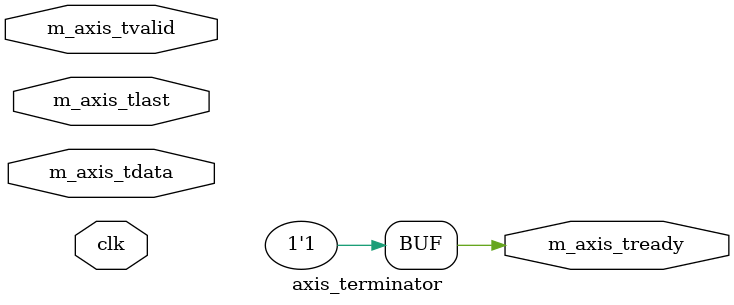
<source format=v>
`timescale 1ns / 1ps


module axis_terminator #(parameter DATAWIDTH=64)(clk, m_axis_tdata, m_axis_tvalid, m_axis_tlast, m_axis_tready);
input clk;
input [DATAWIDTH-1:0] m_axis_tdata;
input m_axis_tvalid;
input m_axis_tlast;
output m_axis_tready;

assign m_axis_tready = 1'b1;
endmodule

</source>
